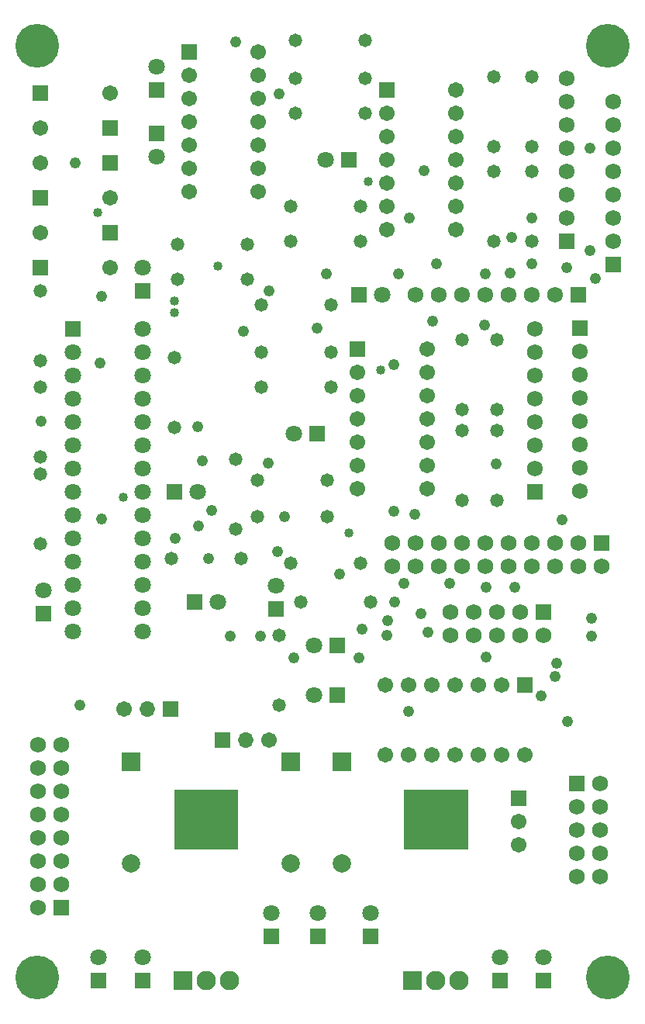
<source format=gbr>
G04 DipTrace 2.3.0.1*
%INBottomMask.gbr*%
%MOIN*%
%ADD34C,0.04*%
%ADD38C,0.1417*%
%ADD48C,0.048*%
%ADD50C,0.188*%
%ADD52R,0.0828X0.0828*%
%ADD54C,0.0828*%
%ADD56C,0.0679*%
%ADD58R,0.0679X0.0679*%
%ADD60C,0.058*%
%ADD62C,0.058*%
%ADD64O,0.0671X0.0675*%
%ADD66O,0.0675X0.0671*%
%ADD68R,0.068X0.068*%
%ADD70C,0.068*%
%ADD72C,0.0671*%
%ADD74R,0.0671X0.0671*%
%ADD76C,0.0789*%
%ADD78R,0.0789X0.0789*%
%ADD80R,0.071X0.071*%
%ADD82C,0.071*%
%FSLAX44Y44*%
G04*
G70*
G90*
G75*
G01*
%LNBotMask*%
%LPD*%
D48*
X18127Y36160D3*
X11876Y39442D3*
X10001Y41692D3*
X13500Y29377D3*
X8858Y19488D3*
X4252Y21191D3*
X21811Y31772D3*
X25236Y32717D3*
Y37126D3*
X1638Y25386D3*
X25315Y16142D3*
X20787Y18268D3*
X24031Y21142D3*
X24252Y32008D3*
X25315Y16929D3*
X22008Y18268D3*
X17244Y18425D3*
X18465Y29685D3*
X4188Y27878D3*
X4250Y30753D3*
X20748Y31732D3*
X15433Y16457D3*
X9764Y16142D3*
X7402Y20354D3*
X10354Y29252D3*
X11063Y16142D3*
X22750Y32165D3*
X18661D3*
X16535Y16811D3*
X22758Y34134D3*
X17480D3*
X3307Y13189D3*
X17440Y12909D3*
X23736Y14425D3*
X24270Y12490D3*
X23161Y13598D3*
X23815Y14996D3*
X18268Y16339D3*
X16496Y16181D3*
X15315Y15236D3*
X12520D3*
X8425Y20906D3*
X8976Y21575D3*
X8386Y25157D3*
X11811Y19803D3*
X11417Y23583D3*
X19213Y18425D3*
X20709Y29528D3*
X17992Y17126D3*
X16850Y17638D3*
X14488Y18819D3*
X13898Y31732D3*
X11457Y30984D3*
X21220Y23543D3*
X25472Y31535D3*
X21890Y33307D3*
X16811Y21535D3*
Y27835D3*
X17008Y31732D3*
D50*
X1480Y41520D3*
X26020D3*
Y1480D3*
X1480D3*
D48*
X8583Y23701D3*
X3125Y36504D3*
X12126Y21299D3*
X17717Y21378D3*
D34*
X15705Y35695D3*
X14882Y20591D3*
X5188Y22127D3*
X9250Y32050D3*
X7375Y30550D3*
Y30050D3*
X4063Y34375D3*
X16260Y27598D3*
D48*
X20795Y15256D3*
D82*
X6000Y2375D3*
D80*
Y1375D3*
D82*
X15797Y4260D3*
D80*
Y3260D3*
D82*
X11547Y4260D3*
D80*
Y3260D3*
D82*
X21375Y2375D3*
D80*
Y1375D3*
X4125D3*
D82*
Y2375D3*
D80*
X13547Y3260D3*
D82*
Y4260D3*
D80*
X23250Y1375D3*
D82*
Y2375D3*
X1750Y18125D3*
D80*
Y17125D3*
D82*
X6000Y32000D3*
D80*
Y31000D3*
X7375Y22375D3*
D82*
X8375D3*
X6625Y36750D3*
D80*
Y37750D3*
D82*
X12500Y24875D3*
D80*
X13500D3*
D82*
X13875Y36625D3*
D80*
X14875D3*
D82*
X13376Y15752D3*
D80*
X14376D3*
X6625Y39625D3*
D82*
Y40625D3*
D80*
X15314Y30816D3*
D82*
X16314D3*
D80*
X14377Y13626D3*
D82*
X13377D3*
X9250Y17625D3*
D80*
X8250D3*
D82*
X11751Y18314D3*
D80*
Y17314D3*
D78*
X12375Y10750D3*
D76*
Y6400D3*
D78*
X14564Y10751D3*
D76*
Y6401D3*
D78*
X5500Y10750D3*
D76*
Y6400D3*
D74*
X1625Y39500D3*
D72*
X4625D3*
D74*
Y38000D3*
D72*
X1625D3*
D74*
X4625Y36500D3*
D72*
X1625D3*
D74*
Y35000D3*
D72*
X4625D3*
D74*
Y33500D3*
D72*
X1625D3*
D74*
Y32000D3*
D72*
X4625D3*
D70*
X2500Y5500D3*
Y6500D3*
Y7500D3*
Y8500D3*
Y9500D3*
Y10500D3*
Y11500D3*
X1500D3*
Y10500D3*
Y9500D3*
Y8500D3*
Y7500D3*
Y6500D3*
Y5500D3*
Y4500D3*
D68*
X2500D3*
D74*
X9438Y11689D3*
D66*
X10438D3*
D72*
X11438D3*
D70*
X19232Y16189D3*
Y17189D3*
X20232D3*
Y16189D3*
X21232Y17189D3*
Y16189D3*
X22232Y17189D3*
Y16189D3*
X23232D3*
D68*
Y17189D3*
X25732Y20157D3*
D70*
X24732D3*
X23732D3*
X22732D3*
X21732D3*
X20732D3*
X19732D3*
X18732D3*
X17732D3*
X16732D3*
Y19157D3*
X17732D3*
X18732D3*
X19732D3*
X20732D3*
X21732D3*
X22732D3*
X23732D3*
X24732D3*
X25732D3*
X25690Y5813D3*
X24690D3*
Y6813D3*
X25690D3*
X24690Y7813D3*
X25690D3*
X24690Y8813D3*
X25690D3*
Y9813D3*
D68*
X24690D3*
D74*
X7228Y13031D3*
D66*
X6228D3*
D72*
X5228D3*
D74*
X22190Y9188D3*
D64*
Y8188D3*
D72*
Y7188D3*
D62*
X1625Y23875D3*
D60*
Y26875D3*
D62*
X7500Y33000D3*
D60*
X10500D3*
D62*
X10000Y23750D3*
D60*
Y20750D3*
D62*
X7375Y28125D3*
D60*
Y25125D3*
D62*
X12564Y41754D3*
D60*
X15564D3*
D62*
X1625Y28000D3*
D60*
Y31000D3*
D62*
X11125Y26875D3*
D60*
X14125D3*
D62*
Y28375D3*
D60*
X11125D3*
D62*
X10945Y22874D3*
D60*
X13945D3*
D62*
X13937Y21299D3*
D60*
X10937D3*
D62*
X21250Y22000D3*
D60*
Y25000D3*
D62*
X19752Y25003D3*
D60*
Y22003D3*
D62*
Y25878D3*
D60*
Y28878D3*
D62*
X21252Y25878D3*
D60*
Y28878D3*
D62*
X12564Y38629D3*
D60*
X15564D3*
D62*
Y40129D3*
D60*
X12564D3*
D62*
X12375Y34625D3*
D60*
X15375D3*
D62*
Y33125D3*
D60*
X12375D3*
D62*
X21125D3*
D60*
Y36125D3*
D62*
X22750D3*
D60*
Y33125D3*
D62*
X21127Y40192D3*
D60*
Y37192D3*
D62*
X22752Y37191D3*
D60*
Y40191D3*
D62*
X12812Y17625D3*
D60*
X15812D3*
D62*
X15394Y19291D3*
D60*
X12394D3*
D62*
X1625Y20125D3*
D60*
Y23125D3*
D62*
X11876Y13189D3*
D60*
Y16189D3*
D62*
X10250Y19500D3*
D60*
X7250D3*
D62*
X7500Y31500D3*
D60*
X10500D3*
D62*
X11126Y30378D3*
D60*
X14126D3*
D58*
X24750Y30813D3*
D56*
X23750D3*
X22750D3*
X21750D3*
X20750D3*
X19750D3*
X18750D3*
X17750D3*
D58*
X22875Y22375D3*
D56*
Y23375D3*
Y24375D3*
Y25375D3*
Y26375D3*
Y27375D3*
Y28375D3*
Y29375D3*
D58*
X26250Y32125D3*
D56*
Y33125D3*
Y34125D3*
Y35125D3*
Y36125D3*
Y37125D3*
Y38125D3*
Y39125D3*
D58*
X24815Y29378D3*
D56*
Y28378D3*
Y27378D3*
Y26378D3*
Y25378D3*
Y24378D3*
Y23378D3*
Y22378D3*
D58*
X24250Y33125D3*
D56*
Y34125D3*
Y35125D3*
Y36125D3*
Y37125D3*
Y38125D3*
Y39125D3*
Y40125D3*
D54*
X9750Y1375D3*
X8750D3*
D52*
X7750D3*
D38*
X8750Y8304D3*
D54*
X19625Y1375D3*
X18625D3*
D52*
X17625D3*
D38*
X18625Y8304D3*
D80*
X3000Y29375D3*
D82*
Y28375D3*
Y27375D3*
Y26375D3*
Y25375D3*
Y24375D3*
Y23375D3*
Y22375D3*
Y21375D3*
Y20375D3*
Y19375D3*
Y18375D3*
Y17375D3*
Y16375D3*
X6000D3*
Y17375D3*
Y18375D3*
Y19375D3*
Y20375D3*
Y21375D3*
Y22375D3*
Y23375D3*
Y24375D3*
Y25375D3*
Y26375D3*
Y27375D3*
Y28375D3*
Y29375D3*
D74*
X8000Y41250D3*
D72*
Y40250D3*
Y39250D3*
Y38250D3*
Y37250D3*
Y36250D3*
Y35250D3*
X10992D3*
Y36250D3*
Y37250D3*
Y38250D3*
Y39250D3*
Y40250D3*
Y41250D3*
D74*
X15250Y28500D3*
D72*
Y27500D3*
Y26500D3*
Y25500D3*
Y24500D3*
Y23500D3*
Y22500D3*
X18242D3*
Y23500D3*
Y24500D3*
Y25500D3*
Y26500D3*
Y27500D3*
Y28500D3*
D74*
X16500Y39625D3*
D72*
Y38625D3*
Y37625D3*
Y36625D3*
Y35625D3*
Y34625D3*
Y33625D3*
X19492D3*
Y34625D3*
Y35625D3*
Y36625D3*
Y37625D3*
Y38625D3*
Y39625D3*
D74*
X22440Y14064D3*
D72*
X21440D3*
X20440D3*
X19440D3*
X18440D3*
X17440D3*
X16440D3*
Y11072D3*
X17440D3*
X18440D3*
X19440D3*
X20440D3*
X21440D3*
X22440D3*
G36*
X7376Y9564D2*
X10126D1*
Y7001D1*
X7376D1*
Y9564D1*
G37*
G36*
X17252D2*
X20002D1*
Y7001D1*
X17252D1*
Y9564D1*
G37*
M02*

</source>
